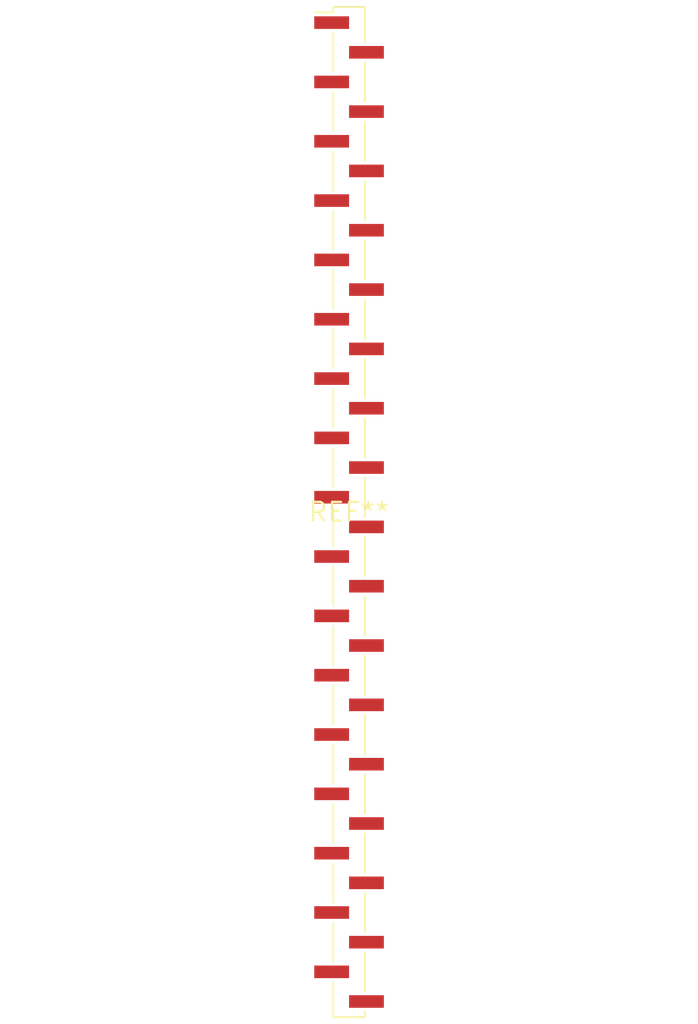
<source format=kicad_pcb>
(kicad_pcb (version 20240108) (generator pcbnew)
  (layers (0 "F.Cu" signal) (31 "B.Cu" signal) (34 "B.Paste" user) (35 "F.Paste" user) (36 "B.SilkS" user "B.Silkscreen") (37 "F.SilkS" user "F.Silkscreen") (38 "B.Mask" user) (39 "F.Mask" user) (44 "Edge.Cuts" user))
  (net 0 "")
  (footprint "PinHeader_1x34_P2.00mm_Vertical_SMD_Pin1Left" (layer "F.Cu") (at 0 0)
    (property "Reference" "REF**")
    (property "Value" "PinHeader_1x34_P2.00mm_Vertical_SMD_Pin1Left")
    (fp_line (start -1.06 -34.06) (end -1.06 -33.685) (layer "F.SilkS") (stroke (width 0.12)))
    (fp_line (start -1.06 -34.06) (end 1.06 -34.06) (layer "F.SilkS") (stroke (width 0.12)))
    (fp_line (start -1.06 -33.685) (end -2.29 -33.685) (layer "F.SilkS") (stroke (width 0.12)))
    (fp_line (start -1.06 -32.315) (end -1.06 -29.685) (layer "F.SilkS") (stroke (width 0.12)))
    (fp_line (start -1.06 -28.315) (end -1.06 -25.685) (layer "F.SilkS") (stroke (width 0.12)))
    (fp_line (start -1.06 -24.315) (end -1.06 -21.685) (layer "F.SilkS") (stroke (width 0.12)))
    (fp_line (start -1.06 -20.315) (end -1.06 -17.685) (layer "F.SilkS") (stroke (width 0.12)))
    (fp_line (start -1.06 -16.315) (end -1.06 -13.685) (layer "F.SilkS") (stroke (width 0.12)))
    (fp_line (start -1.06 -12.315) (end -1.06 -9.685) (layer "F.SilkS") (stroke (width 0.12)))
    (fp_line (start -1.06 -8.315) (end -1.06 -5.685) (layer "F.SilkS") (stroke (width 0.12)))
    (fp_line (start -1.06 -4.315) (end -1.06 -1.685) (layer "F.SilkS") (stroke (width 0.12)))
    (fp_line (start -1.06 -0.315) (end -1.06 2.315) (layer "F.SilkS") (stroke (width 0.12)))
    (fp_line (start -1.06 3.685) (end -1.06 6.315) (layer "F.SilkS") (stroke (width 0.12)))
    (fp_line (start -1.06 7.685) (end -1.06 10.315) (layer "F.SilkS") (stroke (width 0.12)))
    (fp_line (start -1.06 11.685) (end -1.06 14.315) (layer "F.SilkS") (stroke (width 0.12)))
    (fp_line (start -1.06 15.685) (end -1.06 18.315) (layer "F.SilkS") (stroke (width 0.12)))
    (fp_line (start -1.06 19.685) (end -1.06 22.315) (layer "F.SilkS") (stroke (width 0.12)))
    (fp_line (start -1.06 23.685) (end -1.06 26.315) (layer "F.SilkS") (stroke (width 0.12)))
    (fp_line (start -1.06 27.685) (end -1.06 30.315) (layer "F.SilkS") (stroke (width 0.12)))
    (fp_line (start -1.06 31.685) (end -1.06 34.06) (layer "F.SilkS") (stroke (width 0.12)))
    (fp_line (start -1.06 34.06) (end 1.06 34.06) (layer "F.SilkS") (stroke (width 0.12)))
    (fp_line (start 1.06 -34.06) (end 1.06 -31.685) (layer "F.SilkS") (stroke (width 0.12)))
    (fp_line (start 1.06 -30.315) (end 1.06 -27.685) (layer "F.SilkS") (stroke (width 0.12)))
    (fp_line (start 1.06 -26.315) (end 1.06 -23.685) (layer "F.SilkS") (stroke (width 0.12)))
    (fp_line (start 1.06 -22.315) (end 1.06 -19.685) (layer "F.SilkS") (stroke (width 0.12)))
    (fp_line (start 1.06 -18.315) (end 1.06 -15.685) (layer "F.SilkS") (stroke (width 0.12)))
    (fp_line (start 1.06 -14.315) (end 1.06 -11.685) (layer "F.SilkS") (stroke (width 0.12)))
    (fp_line (start 1.06 -10.315) (end 1.06 -7.685) (layer "F.SilkS") (stroke (width 0.12)))
    (fp_line (start 1.06 -6.315) (end 1.06 -3.685) (layer "F.SilkS") (stroke (width 0.12)))
    (fp_line (start 1.06 -2.315) (end 1.06 0.315) (layer "F.SilkS") (stroke (width 0.12)))
    (fp_line (start 1.06 1.685) (end 1.06 4.315) (layer "F.SilkS") (stroke (width 0.12)))
    (fp_line (start 1.06 5.685) (end 1.06 8.315) (layer "F.SilkS") (stroke (width 0.12)))
    (fp_line (start 1.06 9.685) (end 1.06 12.315) (layer "F.SilkS") (stroke (width 0.12)))
    (fp_line (start 1.06 13.685) (end 1.06 16.315) (layer "F.SilkS") (stroke (width 0.12)))
    (fp_line (start 1.06 17.685) (end 1.06 20.315) (layer "F.SilkS") (stroke (width 0.12)))
    (fp_line (start 1.06 21.685) (end 1.06 24.315) (layer "F.SilkS") (stroke (width 0.12)))
    (fp_line (start 1.06 25.685) (end 1.06 28.315) (layer "F.SilkS") (stroke (width 0.12)))
    (fp_line (start 1.06 29.685) (end 1.06 32.315) (layer "F.SilkS") (stroke (width 0.12)))
    (fp_line (start 1.06 33.685) (end 1.06 34.06) (layer "F.SilkS") (stroke (width 0.12)))
    (pad "1" smd rect (at -1.175 -33) (size 2.35 0.85) (layers "F.Cu" "F.Paste" "F.Mask"))
    (pad "2" smd rect (at 1.175 -31) (size 2.35 0.85) (layers "F.Cu" "F.Paste" "F.Mask"))
    (pad "3" smd rect (at -1.175 -29) (size 2.35 0.85) (layers "F.Cu" "F.Paste" "F.Mask"))
    (pad "4" smd rect (at 1.175 -27) (size 2.35 0.85) (layers "F.Cu" "F.Paste" "F.Mask"))
    (pad "5" smd rect (at -1.175 -25) (size 2.35 0.85) (layers "F.Cu" "F.Paste" "F.Mask"))
    (pad "6" smd rect (at 1.175 -23) (size 2.35 0.85) (layers "F.Cu" "F.Paste" "F.Mask"))
    (pad "7" smd rect (at -1.175 -21) (size 2.35 0.85) (layers "F.Cu" "F.Paste" "F.Mask"))
    (pad "8" smd rect (at 1.175 -19) (size 2.35 0.85) (layers "F.Cu" "F.Paste" "F.Mask"))
    (pad "9" smd rect (at -1.175 -17) (size 2.35 0.85) (layers "F.Cu" "F.Paste" "F.Mask"))
    (pad "10" smd rect (at 1.175 -15) (size 2.35 0.85) (layers "F.Cu" "F.Paste" "F.Mask"))
    (pad "11" smd rect (at -1.175 -13) (size 2.35 0.85) (layers "F.Cu" "F.Paste" "F.Mask"))
    (pad "12" smd rect (at 1.175 -11) (size 2.35 0.85) (layers "F.Cu" "F.Paste" "F.Mask"))
    (pad "13" smd rect (at -1.175 -9) (size 2.35 0.85) (layers "F.Cu" "F.Paste" "F.Mask"))
    (pad "14" smd rect (at 1.175 -7) (size 2.35 0.85) (layers "F.Cu" "F.Paste" "F.Mask"))
    (pad "15" smd rect (at -1.175 -5) (size 2.35 0.85) (layers "F.Cu" "F.Paste" "F.Mask"))
    (pad "16" smd rect (at 1.175 -3) (size 2.35 0.85) (layers "F.Cu" "F.Paste" "F.Mask"))
    (pad "17" smd rect (at -1.175 -1) (size 2.35 0.85) (layers "F.Cu" "F.Paste" "F.Mask"))
    (pad "18" smd rect (at 1.175 1) (size 2.35 0.85) (layers "F.Cu" "F.Paste" "F.Mask"))
    (pad "19" smd rect (at -1.175 3) (size 2.35 0.85) (layers "F.Cu" "F.Paste" "F.Mask"))
    (pad "20" smd rect (at 1.175 5) (size 2.35 0.85) (layers "F.Cu" "F.Paste" "F.Mask"))
    (pad "21" smd rect (at -1.175 7) (size 2.35 0.85) (layers "F.Cu" "F.Paste" "F.Mask"))
    (pad "22" smd rect (at 1.175 9) (size 2.35 0.85) (layers "F.Cu" "F.Paste" "F.Mask"))
    (pad "23" smd rect (at -1.175 11) (size 2.35 0.85) (layers "F.Cu" "F.Paste" "F.Mask"))
    (pad "24" smd rect (at 1.175 13) (size 2.35 0.85) (layers "F.Cu" "F.Paste" "F.Mask"))
    (pad "25" smd rect (at -1.175 15) (size 2.35 0.85) (layers "F.Cu" "F.Paste" "F.Mask"))
    (pad "26" smd rect (at 1.175 17) (size 2.35 0.85) (layers "F.Cu" "F.Paste" "F.Mask"))
    (pad "27" smd rect (at -1.175 19) (size 2.35 0.85) (layers "F.Cu" "F.Paste" "F.Mask"))
    (pad "28" smd rect (at 1.175 21) (size 2.35 0.85) (layers "F.Cu" "F.Paste" "F.Mask"))
    (pad "29" smd rect (at -1.175 23) (size 2.35 0.85) (layers "F.Cu" "F.Paste" "F.Mask"))
    (pad "30" smd rect (at 1.175 25) (size 2.35 0.85) (layers "F.Cu" "F.Paste" "F.Mask"))
    (pad "31" smd rect (at -1.175 27) (size 2.35 0.85) (layers "F.Cu" "F.Paste" "F.Mask"))
    (pad "32" smd rect (at 1.175 29) (size 2.35 0.85) (layers "F.Cu" "F.Paste" "F.Mask"))
    (pad "33" smd rect (at -1.175 31) (size 2.35 0.85) (layers "F.Cu" "F.Paste" "F.Mask"))
    (pad "34" smd rect (at 1.175 33) (size 2.35 0.85) (layers "F.Cu" "F.Paste" "F.Mask"))
  )
)
</source>
